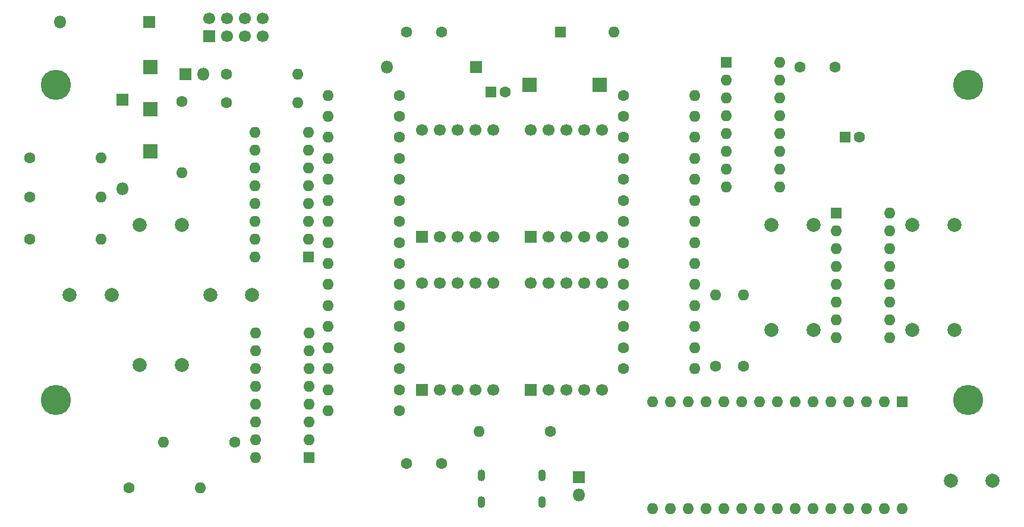
<source format=gbs>
%TF.GenerationSoftware,KiCad,Pcbnew,8.0.3*%
%TF.CreationDate,2024-07-14T00:03:07-05:00*%
%TF.ProjectId,Controller,436f6e74-726f-46c6-9c65-722e6b696361,rev?*%
%TF.SameCoordinates,Original*%
%TF.FileFunction,Soldermask,Bot*%
%TF.FilePolarity,Negative*%
%FSLAX46Y46*%
G04 Gerber Fmt 4.6, Leading zero omitted, Abs format (unit mm)*
G04 Created by KiCad (PCBNEW 8.0.3) date 2024-07-14 00:03:07*
%MOMM*%
%LPD*%
G01*
G04 APERTURE LIST*
G04 Aperture macros list*
%AMRoundRect*
0 Rectangle with rounded corners*
0 $1 Rounding radius*
0 $2 $3 $4 $5 $6 $7 $8 $9 X,Y pos of 4 corners*
0 Add a 4 corners polygon primitive as box body*
4,1,4,$2,$3,$4,$5,$6,$7,$8,$9,$2,$3,0*
0 Add four circle primitives for the rounded corners*
1,1,$1+$1,$2,$3*
1,1,$1+$1,$4,$5*
1,1,$1+$1,$6,$7*
1,1,$1+$1,$8,$9*
0 Add four rect primitives between the rounded corners*
20,1,$1+$1,$2,$3,$4,$5,0*
20,1,$1+$1,$4,$5,$6,$7,0*
20,1,$1+$1,$6,$7,$8,$9,0*
20,1,$1+$1,$8,$9,$2,$3,0*%
G04 Aperture macros list end*
%ADD10C,2.000000*%
%ADD11C,1.600000*%
%ADD12O,1.600000X1.600000*%
%ADD13RoundRect,0.250001X-0.799999X-0.799999X0.799999X-0.799999X0.799999X0.799999X-0.799999X0.799999X0*%
%ADD14R,1.700000X1.700000*%
%ADD15C,1.700000*%
%ADD16R,1.600000X1.600000*%
%ADD17C,4.300000*%
%ADD18R,1.800000X1.800000*%
%ADD19O,1.800000X1.800000*%
%ADD20RoundRect,0.250001X-0.799999X0.799999X-0.799999X-0.799999X0.799999X-0.799999X0.799999X0.799999X0*%
%ADD21O,1.100000X1.700000*%
G04 APERTURE END LIST*
D10*
%TO.C,SW7*%
X152000000Y-70000000D03*
X158000000Y-70000000D03*
%TD*%
D11*
%TO.C,R34*%
X130840000Y-75500000D03*
D12*
X141000000Y-75500000D03*
%TD*%
D11*
%TO.C,R6*%
X120500000Y-99500000D03*
D12*
X110340000Y-99500000D03*
%TD*%
D10*
%TO.C,SW3*%
X52000000Y-80000000D03*
X58000000Y-80000000D03*
%TD*%
D13*
%TO.C,J5*%
X63500000Y-53500000D03*
%TD*%
D11*
%TO.C,R24*%
X99000000Y-54500000D03*
D12*
X88840000Y-54500000D03*
%TD*%
D11*
%TO.C,FB1*%
X100000000Y-104000000D03*
X105000000Y-104000000D03*
%TD*%
D10*
%TO.C,SW10*%
X177500000Y-106500000D03*
X183500000Y-106500000D03*
%TD*%
D11*
%TO.C,R12*%
X130840000Y-57500000D03*
D12*
X141000000Y-57500000D03*
%TD*%
D11*
%TO.C,R27*%
X99000000Y-93500000D03*
D12*
X88840000Y-93500000D03*
%TD*%
D11*
%TO.C,R10*%
X130840000Y-51500000D03*
D12*
X141000000Y-51500000D03*
%TD*%
D14*
%TO.C,U7*%
X117669500Y-71719500D03*
D15*
X120209500Y-71719500D03*
X122749500Y-71719500D03*
X125289500Y-71719500D03*
X127829500Y-71719500D03*
X127829500Y-56479500D03*
X125289500Y-56479500D03*
X122749500Y-56479500D03*
X120209500Y-56479500D03*
X117669500Y-56479500D03*
%TD*%
D11*
%TO.C,R7*%
X75500000Y-101000000D03*
D12*
X65340000Y-101000000D03*
%TD*%
D14*
%TO.C,U1*%
X71880000Y-43040000D03*
D15*
X71880000Y-40500000D03*
X74420000Y-43040000D03*
X74420000Y-40500000D03*
X76960000Y-43040000D03*
X76960000Y-40500000D03*
X79500000Y-43040000D03*
X79500000Y-40500000D03*
%TD*%
D11*
%TO.C,R33*%
X99000000Y-75500000D03*
D12*
X88840000Y-75500000D03*
%TD*%
D11*
%TO.C,R3*%
X46340000Y-72000000D03*
D12*
X56500000Y-72000000D03*
%TD*%
D14*
%TO.C,U10*%
X117669500Y-93519500D03*
D15*
X120209500Y-93519500D03*
X122749500Y-93519500D03*
X125289500Y-93519500D03*
X127829500Y-93519500D03*
X127829500Y-78279500D03*
X125289500Y-78279500D03*
X122749500Y-78279500D03*
X120209500Y-78279500D03*
X117669500Y-78279500D03*
%TD*%
D13*
%TO.C,J1*%
X63500000Y-47500000D03*
%TD*%
D16*
%TO.C,U3*%
X145500000Y-46760000D03*
D12*
X145500000Y-49300000D03*
X145500000Y-51840000D03*
X145500000Y-54380000D03*
X145500000Y-56920000D03*
X145500000Y-59460000D03*
X145500000Y-62000000D03*
X145500000Y-64540000D03*
X153120000Y-64540000D03*
X153120000Y-62000000D03*
X153120000Y-59460000D03*
X153120000Y-56920000D03*
X153120000Y-54380000D03*
X153120000Y-51840000D03*
X153120000Y-49300000D03*
X153120000Y-46760000D03*
%TD*%
D11*
%TO.C,R29*%
X99000000Y-87500000D03*
D12*
X88840000Y-87500000D03*
%TD*%
D16*
%TO.C,A1*%
X170580000Y-95260000D03*
D12*
X168040000Y-95260000D03*
X165500000Y-95260000D03*
X162960000Y-95260000D03*
X160420000Y-95260000D03*
X157880000Y-95260000D03*
X155340000Y-95260000D03*
X152800000Y-95260000D03*
X150260000Y-95260000D03*
X147720000Y-95260000D03*
X145180000Y-95260000D03*
X142640000Y-95260000D03*
X140100000Y-95260000D03*
X137560000Y-95260000D03*
X135020000Y-95260000D03*
X135020000Y-110500000D03*
X137560000Y-110500000D03*
X140100000Y-110500000D03*
X142640000Y-110500000D03*
X145180000Y-110500000D03*
X147720000Y-110500000D03*
X150260000Y-110500000D03*
X152800000Y-110500000D03*
X155340000Y-110500000D03*
X157880000Y-110500000D03*
X160420000Y-110500000D03*
X162960000Y-110500000D03*
X165500000Y-110500000D03*
X168040000Y-110500000D03*
X170580000Y-110500000D03*
%TD*%
D11*
%TO.C,C2*%
X156000000Y-47500000D03*
X161000000Y-47500000D03*
%TD*%
%TO.C,R13*%
X130840000Y-60500000D03*
D12*
X141000000Y-60500000D03*
%TD*%
D17*
%TO.C,H1*%
X50000000Y-50000000D03*
%TD*%
D16*
%TO.C,C1*%
X162500000Y-57500000D03*
D11*
X164500000Y-57500000D03*
%TD*%
D10*
%TO.C,SW9*%
X172000000Y-85000000D03*
X178000000Y-85000000D03*
%TD*%
D18*
%TO.C,D5*%
X68455000Y-48500000D03*
D19*
X70995000Y-48500000D03*
%TD*%
D11*
%TO.C,R19*%
X99000000Y-69500000D03*
D12*
X88840000Y-69500000D03*
%TD*%
D10*
%TO.C,SW6*%
X172000000Y-70000000D03*
X178000000Y-70000000D03*
%TD*%
D11*
%TO.C,R1*%
X46340000Y-60400000D03*
D12*
X56500000Y-60400000D03*
%TD*%
D11*
%TO.C,R28*%
X99000000Y-90500000D03*
D12*
X88840000Y-90500000D03*
%TD*%
D11*
%TO.C,R39*%
X130840000Y-90500000D03*
D12*
X141000000Y-90500000D03*
%TD*%
D11*
%TO.C,R9*%
X68000000Y-52420000D03*
D12*
X68000000Y-62580000D03*
%TD*%
D10*
%TO.C,SW2*%
X62000000Y-70000000D03*
X68000000Y-70000000D03*
%TD*%
D11*
%TO.C,R26*%
X99000000Y-96500000D03*
D12*
X88840000Y-96500000D03*
%TD*%
D17*
%TO.C,H2*%
X180000000Y-50000000D03*
%TD*%
D11*
%TO.C,R15*%
X130840000Y-66500000D03*
D12*
X141000000Y-66500000D03*
%TD*%
D11*
%TO.C,R38*%
X130840000Y-87500000D03*
D12*
X141000000Y-87500000D03*
%TD*%
D11*
%TO.C,R16*%
X130840000Y-69500000D03*
D12*
X141000000Y-69500000D03*
%TD*%
D11*
%TO.C,R5*%
X74340000Y-52550000D03*
D12*
X84500000Y-52550000D03*
%TD*%
D11*
%TO.C,R36*%
X130840000Y-81500000D03*
D12*
X141000000Y-81500000D03*
%TD*%
D11*
%TO.C,R22*%
X99000000Y-60500000D03*
D12*
X88840000Y-60500000D03*
%TD*%
D17*
%TO.C,H3*%
X50000000Y-95000000D03*
%TD*%
D16*
%TO.C,C3*%
X112000000Y-51000000D03*
D11*
X114000000Y-51000000D03*
%TD*%
D16*
%TO.C,U5*%
X86120000Y-103200000D03*
D12*
X86120000Y-100660000D03*
X86120000Y-98120000D03*
X86120000Y-95580000D03*
X86120000Y-93040000D03*
X86120000Y-90500000D03*
X86120000Y-87960000D03*
X86120000Y-85420000D03*
X78500000Y-85420000D03*
X78500000Y-87960000D03*
X78500000Y-90500000D03*
X78500000Y-93040000D03*
X78500000Y-95580000D03*
X78500000Y-98120000D03*
X78500000Y-100660000D03*
X78500000Y-103200000D03*
%TD*%
D11*
%TO.C,R2*%
X46340000Y-66000000D03*
D12*
X56500000Y-66000000D03*
%TD*%
D11*
%TO.C,R23*%
X99000000Y-57500000D03*
D12*
X88840000Y-57500000D03*
%TD*%
D20*
%TO.C,J3*%
X117500000Y-50000000D03*
%TD*%
D11*
%TO.C,R37*%
X130840000Y-84500000D03*
D12*
X141000000Y-84500000D03*
%TD*%
D11*
%TO.C,R40*%
X148000000Y-90160000D03*
D12*
X148000000Y-80000000D03*
%TD*%
D16*
%TO.C,SW1*%
X121880000Y-42500000D03*
D12*
X129500000Y-42500000D03*
%TD*%
D16*
%TO.C,U4*%
X86000000Y-74540000D03*
D12*
X86000000Y-72000000D03*
X86000000Y-69460000D03*
X86000000Y-66920000D03*
X86000000Y-64380000D03*
X86000000Y-61840000D03*
X86000000Y-59300000D03*
X86000000Y-56760000D03*
X78380000Y-56760000D03*
X78380000Y-59300000D03*
X78380000Y-61840000D03*
X78380000Y-64380000D03*
X78380000Y-66920000D03*
X78380000Y-69460000D03*
X78380000Y-72000000D03*
X78380000Y-74540000D03*
%TD*%
D14*
%TO.C,U8*%
X102169500Y-71719500D03*
D15*
X104709500Y-71719500D03*
X107249500Y-71719500D03*
X109789500Y-71719500D03*
X112329500Y-71719500D03*
X112329500Y-56479500D03*
X109789500Y-56479500D03*
X107249500Y-56479500D03*
X104709500Y-56479500D03*
X102169500Y-56479500D03*
%TD*%
D21*
%TO.C,P1*%
X110680000Y-105700000D03*
X110680000Y-109500000D03*
X119320000Y-105700000D03*
X119320000Y-109500000D03*
%TD*%
D16*
%TO.C,U6*%
X161166487Y-68307747D03*
D12*
X161166487Y-70847747D03*
X161166487Y-73387747D03*
X161166487Y-75927747D03*
X161166487Y-78467747D03*
X161166487Y-81007747D03*
X161166487Y-83547747D03*
X161166487Y-86087747D03*
X168786487Y-86087747D03*
X168786487Y-83547747D03*
X168786487Y-81007747D03*
X168786487Y-78467747D03*
X168786487Y-75927747D03*
X168786487Y-73387747D03*
X168786487Y-70847747D03*
X168786487Y-68307747D03*
%TD*%
D18*
%TO.C,D1*%
X124500000Y-106000000D03*
D19*
X124500000Y-108540000D03*
%TD*%
D10*
%TO.C,SW4*%
X62000000Y-90000000D03*
X68000000Y-90000000D03*
%TD*%
D13*
%TO.C,J2*%
X63500000Y-59500000D03*
%TD*%
D11*
%TO.C,R20*%
X99000000Y-66500000D03*
D12*
X88840000Y-66500000D03*
%TD*%
D11*
%TO.C,R35*%
X130840000Y-78500000D03*
D12*
X141000000Y-78500000D03*
%TD*%
D18*
%TO.C,D4*%
X63350000Y-41000000D03*
D19*
X50650000Y-41000000D03*
%TD*%
D11*
%TO.C,R21*%
X99000000Y-63500000D03*
D12*
X88840000Y-63500000D03*
%TD*%
D11*
%TO.C,R32*%
X99000000Y-78500000D03*
D12*
X88840000Y-78500000D03*
%TD*%
D11*
%TO.C,R31*%
X99000000Y-81500000D03*
D12*
X88840000Y-81500000D03*
%TD*%
D11*
%TO.C,R14*%
X130840000Y-63500000D03*
D12*
X141000000Y-63500000D03*
%TD*%
D17*
%TO.C,H4*%
X180000000Y-95000000D03*
%TD*%
D18*
%TO.C,D2*%
X109850000Y-47500000D03*
D19*
X97150000Y-47500000D03*
%TD*%
D11*
%TO.C,R11*%
X130840000Y-54500000D03*
D12*
X141000000Y-54500000D03*
%TD*%
D18*
%TO.C,D3*%
X59500000Y-52150000D03*
D19*
X59500000Y-64850000D03*
%TD*%
D11*
%TO.C,R30*%
X99000000Y-84500000D03*
D12*
X88840000Y-84500000D03*
%TD*%
D11*
%TO.C,R18*%
X99000000Y-72500000D03*
D12*
X88840000Y-72500000D03*
%TD*%
D10*
%TO.C,SW8*%
X152000000Y-85000000D03*
X158000000Y-85000000D03*
%TD*%
%TO.C,SW5*%
X72000000Y-80000000D03*
X78000000Y-80000000D03*
%TD*%
D11*
%TO.C,R41*%
X144000000Y-90160000D03*
D12*
X144000000Y-80000000D03*
%TD*%
D11*
%TO.C,C4*%
X100000000Y-42500000D03*
X105000000Y-42500000D03*
%TD*%
D14*
%TO.C,U9*%
X102169500Y-93519500D03*
D15*
X104709500Y-93519500D03*
X107249500Y-93519500D03*
X109789500Y-93519500D03*
X112329500Y-93519500D03*
X112329500Y-78279500D03*
X109789500Y-78279500D03*
X107249500Y-78279500D03*
X104709500Y-78279500D03*
X102169500Y-78279500D03*
%TD*%
D20*
%TO.C,J6*%
X127500000Y-50000000D03*
%TD*%
D11*
%TO.C,R17*%
X130840000Y-72500000D03*
D12*
X141000000Y-72500000D03*
%TD*%
D11*
%TO.C,R25*%
X99000000Y-51500000D03*
D12*
X88840000Y-51500000D03*
%TD*%
D11*
%TO.C,R8*%
X60420000Y-107500000D03*
D12*
X70580000Y-107500000D03*
%TD*%
D11*
%TO.C,R4*%
X74340000Y-48500000D03*
D12*
X84500000Y-48500000D03*
%TD*%
M02*

</source>
